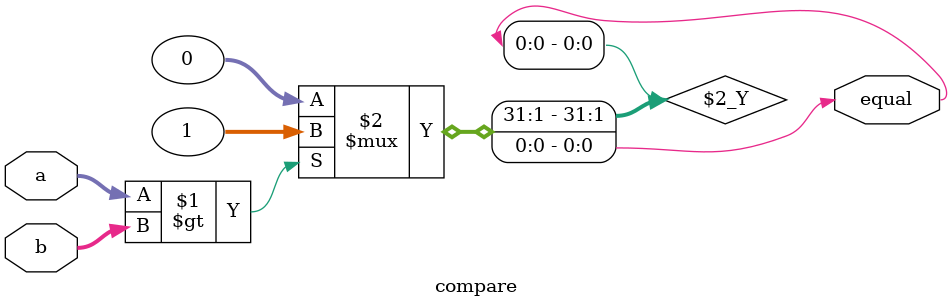
<source format=v>
module compare(equal, a, b);
input [7:0] a;
input [7:0] b;
output equal;
    assign equal = (a > b) ? 1 : 0;
endmodule

</source>
